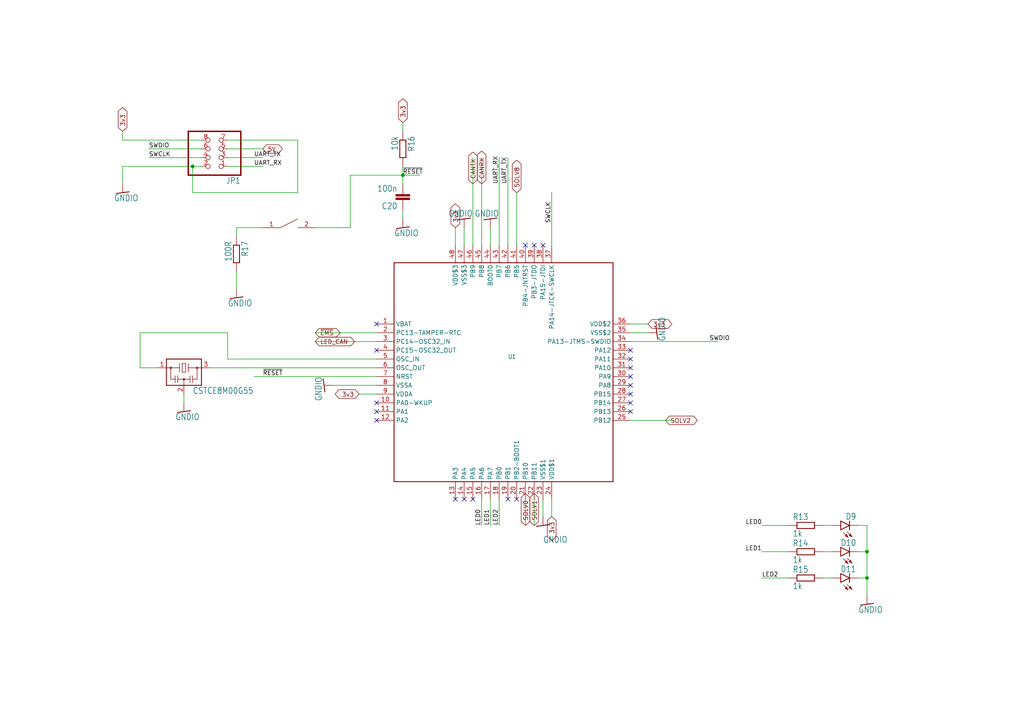
<source format=kicad_sch>
(kicad_sch (version 20231120) (generator "eeschema") (generator_version "8.0")
  (paper "A4")
  (lib_symbols
    (symbol "solenoid valve2020-eagle-import:CSTCE8M00G55"
      (symbol "CSTCE8M00G55_1_0"
        (circle (center -3.81 0) (radius 0.254))
        (circle (center 0 -3.302) (radius 0.254))
        (polyline (pts (xy -5.08 -5.08) (xy -5.08 0)) (stroke (width 0.254)))
        (polyline (pts (xy -5.08 0) (xy -5.08 2.54)) (stroke (width 0.254)))
        (polyline (pts (xy -5.08 0) (xy -3.81 0)) (stroke (width 0.1524)))
        (polyline (pts (xy -5.08 2.54) (xy 5.08 2.54)) (stroke (width 0.254)))
        (polyline (pts (xy -3.81 -3.302) (xy -3.81 0)) (stroke (width 0.1524)))
        (polyline (pts (xy -3.81 0) (xy -1.27 0)) (stroke (width 0.1524)))
        (polyline (pts (xy -2.54 -3.302) (xy -3.81 -3.302)) (stroke (width 0.1524)))
        (polyline (pts (xy -2.54 -3.302) (xy -2.54 -4.318)) (stroke (width 0.1524)))
        (polyline (pts (xy -2.54 -2.286) (xy -2.54 -3.302)) (stroke (width 0.1524)))
        (polyline (pts (xy -1.778 -2.286) (xy -1.778 -4.318)) (stroke (width 0.1524)))
        (polyline (pts (xy -1.27 0) (xy -1.27 -1.27)) (stroke (width 0.1524)))
        (polyline (pts (xy -1.27 0) (xy -1.27 1.27)) (stroke (width 0.1524)))
        (polyline (pts (xy -0.508 -1.27) (xy 0.508 -1.27)) (stroke (width 0.1524)))
        (polyline (pts (xy -0.508 1.27) (xy -0.508 -1.27)) (stroke (width 0.1524)))
        (polyline (pts (xy 0 -5.08) (xy -5.08 -5.08)) (stroke (width 0.254)))
        (polyline (pts (xy 0 -5.08) (xy 0 -3.302)) (stroke (width 0.1524)))
        (polyline (pts (xy 0 -3.302) (xy -1.778 -3.302)) (stroke (width 0.1524)))
        (polyline (pts (xy 0 -3.302) (xy 1.778 -3.302)) (stroke (width 0.1524)))
        (polyline (pts (xy 0.508 -1.27) (xy 0.508 1.27)) (stroke (width 0.1524)))
        (polyline (pts (xy 0.508 1.27) (xy -0.508 1.27)) (stroke (width 0.1524)))
        (polyline (pts (xy 1.27 0) (xy 1.27 -1.27)) (stroke (width 0.1524)))
        (polyline (pts (xy 1.27 0) (xy 3.81 0)) (stroke (width 0.1524)))
        (polyline (pts (xy 1.27 1.27) (xy 1.27 0)) (stroke (width 0.1524)))
        (polyline (pts (xy 1.778 -2.286) (xy 1.778 -4.318)) (stroke (width 0.1524)))
        (polyline (pts (xy 2.54 -3.302) (xy 2.54 -4.318)) (stroke (width 0.1524)))
        (polyline (pts (xy 2.54 -3.302) (xy 3.81 -3.302)) (stroke (width 0.1524)))
        (polyline (pts (xy 2.54 -2.286) (xy 2.54 -3.302)) (stroke (width 0.1524)))
        (polyline (pts (xy 3.81 -3.302) (xy 3.81 0)) (stroke (width 0.1524)))
        (polyline (pts (xy 3.81 0) (xy 5.08 0)) (stroke (width 0.1524)))
        (polyline (pts (xy 5.08 -5.08) (xy 0 -5.08)) (stroke (width 0.254)))
        (polyline (pts (xy 5.08 0) (xy 5.08 -5.08)) (stroke (width 0.254)))
        (polyline (pts (xy 5.08 2.54) (xy 5.08 0)) (stroke (width 0.254)))
        (circle (center 3.81 0) (radius 0.254))
        (pin passive line (at -7.62 0 0) (length 2.54) (name "1") (number "1"))
        (pin passive line (at 0 -7.62 90) (length 2.54) (name "2") (number "2"))
        (pin passive line (at 7.62 0 180) (length 2.54) (name "3") (number "3"))
      )
    )
    (symbol "solenoid valve2020-eagle-import:GNDIO" (power)
      (property "Value" "GNDIO" (at -2.54 -2.54 0))
      (symbol "GNDIO_1_0"
        (polyline (pts (xy -1.905 -0.254) (xy 1.905 0.254)) (stroke (width 0.254)))
        (pin power_in line (at 0 2.54 270) (length 2.54) (name "GNDIO") (number "1"))
      )
    )
    (symbol "solenoid valve2020-eagle-import:LEDCHIPLED_0805"
      (property "Reference" "LED" (at 3.556 -4.572 90))
      (symbol "LEDCHIPLED_0805_1_0"
        (polyline (pts (xy -2.032 -0.762) (xy -3.429 -2.159)) (stroke (width 0.1524)))
        (polyline (pts (xy -1.905 -1.905) (xy -3.302 -3.302)) (stroke (width 0.1524)))
        (polyline (pts (xy 0 -2.54) (xy -1.27 -2.54)) (stroke (width 0.254)))
        (polyline (pts (xy 0 -2.54) (xy -1.27 0)) (stroke (width 0.254)))
        (polyline (pts (xy 0 0) (xy -1.27 0)) (stroke (width 0.254)))
        (polyline (pts (xy 1.27 -2.54) (xy 0 -2.54)) (stroke (width 0.254)))
        (polyline (pts (xy 1.27 0) (xy 0 -2.54)) (stroke (width 0.254)))
        (polyline (pts (xy 1.27 0) (xy 0 0)) (stroke (width 0.254)))
        (polyline (pts (xy -3.429 -2.159) (xy -3.048 -1.27) (xy -2.54 -1.778)) (stroke (width 0.1524)) (fill (type outline)))
        (polyline (pts (xy -3.302 -3.302) (xy -2.921 -2.413) (xy -2.413 -2.921)) (stroke (width 0.1524)) (fill (type outline)))
        (pin passive line (at 0 2.54 270) (length 2.54) (name "A") (number "A"))
        (pin passive line (at 0 -5.08 90) (length 2.54) (name "C") (number "C"))
      )
    )
    (symbol "solenoid valve2020-eagle-import:PINHD-2X4"
      (property "Reference" "JP" (at -6.35 8.255 0))
      (symbol "PINHD-2X4_1_0"
        (polyline (pts (xy -6.35 -5.08) (xy 8.89 -5.08)) (stroke (width 0.4064)))
        (polyline (pts (xy -6.35 7.62) (xy -6.35 -5.08)) (stroke (width 0.4064)))
        (polyline (pts (xy 8.89 -5.08) (xy 8.89 7.62)) (stroke (width 0.4064)))
        (polyline (pts (xy 8.89 7.62) (xy -6.35 7.62)) (stroke (width 0.4064)))
        (pin passive inverted (at -2.54 5.08 0) (length 2.54) (name "1") (number "1"))
        (pin passive inverted (at 5.08 5.08 180) (length 2.54) (name "2") (number "2"))
        (pin passive inverted (at -2.54 2.54 0) (length 2.54) (name "3") (number "3"))
        (pin passive inverted (at 5.08 2.54 180) (length 2.54) (name "4") (number "4"))
        (pin passive inverted (at -2.54 0 0) (length 2.54) (name "5") (number "5"))
        (pin passive inverted (at 5.08 0 180) (length 2.54) (name "6") (number "6"))
        (pin passive inverted (at -2.54 -2.54 0) (length 2.54) (name "7") (number "7"))
        (pin passive inverted (at 5.08 -2.54 180) (length 2.54) (name "8") (number "8"))
      )
    )
    (symbol "solenoid valve2020-eagle-import:STM32F103C8"
      (property "Reference" "IC" (at 2.54 2.54 0))
      (symbol "STM32F103C8_1_0"
        (polyline (pts (xy -30.48 -33.02) (xy 33.02 -33.02)) (stroke (width 0.254)))
        (polyline (pts (xy -30.48 30.48) (xy -30.48 -33.02)) (stroke (width 0.254)))
        (polyline (pts (xy 33.02 -33.02) (xy 33.02 30.48)) (stroke (width 0.254)))
        (polyline (pts (xy 33.02 30.48) (xy -30.48 30.48)) (stroke (width 0.254)))
        (pin passive line (at -35.56 12.7 0) (length 5.08) (name "VBAT") (number "1"))
        (pin bidirectional line (at -35.56 -10.16 0) (length 5.08) (name "PA0-WKUP") (number "10"))
        (pin bidirectional line (at -35.56 -12.7 0) (length 5.08) (name "PA1") (number "11"))
        (pin bidirectional line (at -35.56 -15.24 0) (length 5.08) (name "PA2") (number "12"))
        (pin bidirectional line (at -12.7 -38.1 90) (length 5.08) (name "PA3") (number "13"))
        (pin bidirectional line (at -10.16 -38.1 90) (length 5.08) (name "PA4") (number "14"))
        (pin bidirectional line (at -7.62 -38.1 90) (length 5.08) (name "PA5") (number "15"))
        (pin bidirectional line (at -5.08 -38.1 90) (length 5.08) (name "PA6") (number "16"))
        (pin bidirectional line (at -2.54 -38.1 90) (length 5.08) (name "PA7") (number "17"))
        (pin bidirectional line (at 0 -38.1 90) (length 5.08) (name "PB0") (number "18"))
        (pin bidirectional line (at 2.54 -38.1 90) (length 5.08) (name "PB1") (number "19"))
        (pin bidirectional line (at -35.56 10.16 0) (length 5.08) (name "PC13-TAMPER-RTC") (number "2"))
        (pin bidirectional line (at 5.08 -38.1 90) (length 5.08) (name "PB2-BOOT1") (number "20"))
        (pin bidirectional line (at 7.62 -38.1 90) (length 5.08) (name "PB10") (number "21"))
        (pin bidirectional line (at 10.16 -38.1 90) (length 5.08) (name "PB11") (number "22"))
        (pin passive line (at 12.7 -38.1 90) (length 5.08) (name "VSS$1") (number "23"))
        (pin passive line (at 15.24 -38.1 90) (length 5.08) (name "VDD$1") (number "24"))
        (pin bidirectional line (at 38.1 -15.24 180) (length 5.08) (name "PB12") (number "25"))
        (pin bidirectional line (at 38.1 -12.7 180) (length 5.08) (name "PB13") (number "26"))
        (pin bidirectional line (at 38.1 -10.16 180) (length 5.08) (name "PB14") (number "27"))
        (pin bidirectional line (at 38.1 -7.62 180) (length 5.08) (name "PB15") (number "28"))
        (pin bidirectional line (at 38.1 -5.08 180) (length 5.08) (name "PA8") (number "29"))
        (pin bidirectional line (at -35.56 7.62 0) (length 5.08) (name "PC14-OSC32_IN") (number "3"))
        (pin bidirectional line (at 38.1 -2.54 180) (length 5.08) (name "PA9") (number "30"))
        (pin bidirectional line (at 38.1 0 180) (length 5.08) (name "PA10") (number "31"))
        (pin bidirectional line (at 38.1 2.54 180) (length 5.08) (name "PA11") (number "32"))
        (pin bidirectional line (at 38.1 5.08 180) (length 5.08) (name "PA12") (number "33"))
        (pin bidirectional line (at 38.1 7.62 180) (length 5.08) (name "PA13-JTMS-SWDIO") (number "34"))
        (pin passive line (at 38.1 10.16 180) (length 5.08) (name "VSS$2") (number "35"))
        (pin passive line (at 38.1 12.7 180) (length 5.08) (name "VDD$2") (number "36"))
        (pin bidirectional line (at 15.24 35.56 270) (length 5.08) (name "PA14-JTCK-SWCLK") (number "37"))
        (pin bidirectional line (at 12.7 35.56 270) (length 5.08) (name "PA15-JTDI") (number "38"))
        (pin bidirectional line (at 10.16 35.56 270) (length 5.08) (name "PB3-JTDO") (number "39"))
        (pin bidirectional line (at -35.56 5.08 0) (length 5.08) (name "PC15-OSC32_OUT") (number "4"))
        (pin bidirectional line (at 7.62 35.56 270) (length 5.08) (name "PB4-JNTRST") (number "40"))
        (pin bidirectional line (at 5.08 35.56 270) (length 5.08) (name "PB5") (number "41"))
        (pin bidirectional line (at 2.54 35.56 270) (length 5.08) (name "PB6") (number "42"))
        (pin bidirectional line (at 0 35.56 270) (length 5.08) (name "PB7") (number "43"))
        (pin input line (at -2.54 35.56 270) (length 5.08) (name "BOOT0") (number "44"))
        (pin bidirectional line (at -5.08 35.56 270) (length 5.08) (name "PB8") (number "45"))
        (pin bidirectional line (at -7.62 35.56 270) (length 5.08) (name "PB9") (number "46"))
        (pin passive line (at -10.16 35.56 270) (length 5.08) (name "VSS$3") (number "47"))
        (pin passive line (at -12.7 35.56 270) (length 5.08) (name "VDD$3") (number "48"))
        (pin input line (at -35.56 2.54 0) (length 5.08) (name "OSC_IN") (number "5"))
        (pin output line (at -35.56 0 0) (length 5.08) (name "OSC_OUT") (number "6"))
        (pin bidirectional line (at -35.56 -2.54 0) (length 5.08) (name "NRST") (number "7"))
        (pin bidirectional line (at -35.56 -5.08 0) (length 5.08) (name "VSSA") (number "8"))
        (pin bidirectional line (at -35.56 -7.62 0) (length 5.08) (name "VDDA") (number "9"))
      )
    )
    (symbol "solenoid valve2020-eagle-import:SWITCH_TACTILETOP"
      (symbol "SWITCH_TACTILETOP_1_0"
        (polyline (pts (xy -2.54 0) (xy 2.54 2.54)) (stroke (width 0.1524)))
        (pin bidirectional line (at -7.62 0 0) (length 5.08) (name "1") (number "1"))
        (pin bidirectional line (at 7.62 0 180) (length 5.08) (name "2") (number "2"))
      )
    )
    (symbol "solenoid valve2020-eagle-import:rcl_C-EUC0603"
      (property "Reference" "C" (at 1.524 0.381 0))
      (symbol "rcl_C-EUC0603_1_0"
        (rectangle (start -2.032 -2.032) (end 2.032 -1.524) (fill (type outline)))
        (rectangle (start -2.032 -1.016) (end 2.032 -0.508) (fill (type outline)))
        (polyline (pts (xy 0 -2.54) (xy 0 -2.032)) (stroke (width 0.1524)))
        (polyline (pts (xy 0 0) (xy 0 -0.508)) (stroke (width 0.1524)))
        (pin passive line (at 0 2.54 270) (length 2.54) (name "1") (number "1"))
        (pin passive line (at 0 -5.08 90) (length 2.54) (name "2") (number "2"))
      )
    )
    (symbol "solenoid valve2020-eagle-import:rcl_R-EU_R0603"
      (property "Reference" "R" (at -3.81 1.4986 0))
      (symbol "rcl_R-EU_R0603_1_0"
        (polyline (pts (xy -2.54 -0.889) (xy -2.54 0.889)) (stroke (width 0.254)))
        (polyline (pts (xy -2.54 -0.889) (xy 2.54 -0.889)) (stroke (width 0.254)))
        (polyline (pts (xy 2.54 -0.889) (xy 2.54 0.889)) (stroke (width 0.254)))
        (polyline (pts (xy 2.54 0.889) (xy -2.54 0.889)) (stroke (width 0.254)))
        (pin passive line (at -5.08 0 0) (length 2.54) (name "1") (number "1"))
        (pin passive line (at 5.08 0 180) (length 2.54) (name "2") (number "2"))
      )
    )
  )
  (junction (at 251.46 160.02))
  (junction (at 251.46 167.64))
  (junction (at 55.88 48.26))
  (junction (at 116.84 50.8))
  (no_connect (at 109.22 101.6))
  (no_connect (at 134.62 144.78))
  (no_connect (at 154.94 71.12))
  (no_connect (at 182.88 109.22))
  (no_connect (at 109.22 93.98))
  (no_connect (at 182.88 101.6))
  (no_connect (at 182.88 111.76))
  (no_connect (at 109.22 116.84))
  (no_connect (at 109.22 119.38))
  (no_connect (at 182.88 116.84))
  (no_connect (at 182.88 114.3))
  (no_connect (at 147.32 144.78))
  (no_connect (at 182.88 119.38))
  (no_connect (at 149.86 144.78))
  (no_connect (at 137.16 144.78))
  (no_connect (at 109.22 121.92))
  (no_connect (at 157.48 71.12))
  (no_connect (at 152.4 71.12))
  (no_connect (at 182.88 106.68))
  (no_connect (at 132.08 144.78))
  (no_connect (at 182.88 104.14))
  (wire (pts (xy 116.84 63.5) (xy 116.84 60.96)) (stroke (width 0.1524)))
  (wire (pts (xy 109.22 109.22) (xy 73.66 109.22)) (stroke (width 0.1524)))
  (wire (pts (xy 66.04 104.14) (xy 109.22 104.14)) (stroke (width 0.1524)))
  (wire (pts (xy 154.94 144.78) (xy 154.94 152.4)) (stroke (width 0.1524)))
  (wire (pts (xy 241.3 167.64) (xy 238.76 167.64)) (stroke (width 0.1524)))
  (wire (pts (xy 66.04 96.52) (xy 40.64 96.52)) (stroke (width 0.1524)))
  (wire (pts (xy 121.92 50.8) (xy 116.84 50.8)) (stroke (width 0.1524)))
  (wire (pts (xy 144.78 71.12) (xy 144.78 45.72)) (stroke (width 0.1524)))
  (wire (pts (xy 251.46 167.64) (xy 251.46 160.02)) (stroke (width 0.1524)))
  (wire (pts (xy 137.16 71.12) (xy 137.16 45.72)) (stroke (width 0.1524)))
  (wire (pts (xy 152.4 144.78) (xy 152.4 152.4)) (stroke (width 0.1524)))
  (wire (pts (xy 134.62 66.04) (xy 134.62 71.12)) (stroke (width 0.1524)))
  (wire (pts (xy 86.36 40.64) (xy 66.04 40.64)) (stroke (width 0.1524)))
  (wire (pts (xy 116.84 53.34) (xy 116.84 50.8)) (stroke (width 0.1524)))
  (wire (pts (xy 58.42 45.72) (xy 43.18 45.72)) (stroke (width 0.1524)))
  (wire (pts (xy 35.56 40.64) (xy 58.42 40.64)) (stroke (width 0.1524)))
  (wire (pts (xy 35.56 48.26) (xy 35.56 53.34)) (stroke (width 0.1524)))
  (wire (pts (xy 40.64 106.68) (xy 45.72 106.68)) (stroke (width 0.1524)))
  (wire (pts (xy 228.6 167.64) (xy 220.98 167.64)) (stroke (width 0.1524)))
  (wire (pts (xy 139.7 144.78) (xy 139.7 152.4)) (stroke (width 0.1524)))
  (wire (pts (xy 68.58 68.58) (xy 68.58 66.04)) (stroke (width 0.1524)))
  (wire (pts (xy 68.58 66.04) (xy 76.2 66.04)) (stroke (width 0.1524)))
  (wire (pts (xy 116.84 50.8) (xy 101.6 50.8)) (stroke (width 0.1524)))
  (wire (pts (xy 187.96 96.52) (xy 182.88 96.52)) (stroke (width 0.1524)))
  (wire (pts (xy 187.96 93.98) (xy 182.88 93.98)) (stroke (width 0.1524)))
  (wire (pts (xy 116.84 35.56) (xy 116.84 38.1)) (stroke (width 0.1524)))
  (wire (pts (xy 160.02 71.12) (xy 160.02 55.88)) (stroke (width 0.1524)))
  (wire (pts (xy 142.24 144.78) (xy 142.24 152.4)) (stroke (width 0.1524)))
  (wire (pts (xy 220.98 160.02) (xy 228.6 160.02)) (stroke (width 0.1524)))
  (wire (pts (xy 55.88 55.88) (xy 55.88 48.26)) (stroke (width 0.1524)))
  (wire (pts (xy 66.04 48.26) (xy 76.2 48.26)) (stroke (width 0.1524)))
  (wire (pts (xy 248.92 167.64) (xy 251.46 167.64)) (stroke (width 0.1524)))
  (wire (pts (xy 248.92 152.4) (xy 251.46 152.4)) (stroke (width 0.1524)))
  (wire (pts (xy 139.7 71.12) (xy 139.7 45.72)) (stroke (width 0.1524)))
  (wire (pts (xy 60.96 106.68) (xy 109.22 106.68)) (stroke (width 0.1524)))
  (wire (pts (xy 40.64 96.52) (xy 40.64 106.68)) (stroke (width 0.1524)))
  (wire (pts (xy 96.52 111.76) (xy 109.22 111.76)) (stroke (width 0.1524)))
  (wire (pts (xy 182.88 99.06) (xy 208.28 99.06)) (stroke (width 0.1524)))
  (wire (pts (xy 68.58 78.74) (xy 68.58 83.82)) (stroke (width 0.1524)))
  (wire (pts (xy 116.84 50.8) (xy 116.84 48.26)) (stroke (width 0.1524)))
  (wire (pts (xy 109.22 99.06) (xy 91.44 99.06)) (stroke (width 0.1524)))
  (wire (pts (xy 147.32 71.12) (xy 147.32 45.72)) (stroke (width 0.1524)))
  (wire (pts (xy 149.86 71.12) (xy 149.86 55.88)) (stroke (width 0.1524)))
  (wire (pts (xy 66.04 45.72) (xy 76.2 45.72)) (stroke (width 0.1524)))
  (wire (pts (xy 248.92 160.02) (xy 251.46 160.02)) (stroke (width 0.1524)))
  (wire (pts (xy 66.04 43.18) (xy 76.2 43.18)) (stroke (width 0.1524)))
  (wire (pts (xy 238.76 152.4) (xy 241.3 152.4)) (stroke (width 0.1524)))
  (wire (pts (xy 238.76 160.02) (xy 241.3 160.02)) (stroke (width 0.1524)))
  (wire (pts (xy 132.08 66.04) (xy 132.08 71.12)) (stroke (width 0.1524)))
  (wire (pts (xy 157.48 149.86) (xy 157.48 144.78)) (stroke (width 0.1524)))
  (wire (pts (xy 53.34 114.3) (xy 53.34 116.84)) (stroke (width 0.1524)))
  (wire (pts (xy 55.88 55.88) (xy 86.36 55.88)) (stroke (width 0.1524)))
  (wire (pts (xy 109.22 96.52) (xy 91.44 96.52)) (stroke (width 0.1524)))
  (wire (pts (xy 86.36 55.88) (xy 86.36 40.64)) (stroke (width 0.1524)))
  (wire (pts (xy 251.46 160.02) (xy 251.46 152.4)) (stroke (width 0.1524)))
  (wire (pts (xy 101.6 66.04) (xy 101.6 50.8)) (stroke (width 0.1524)))
  (wire (pts (xy 35.56 40.64) (xy 35.56 38.1)) (stroke (width 0.1524)))
  (wire (pts (xy 142.24 66.04) (xy 142.24 71.12)) (stroke (width 0.1524)))
  (wire (pts (xy 58.42 43.18) (xy 43.18 43.18)) (stroke (width 0.1524)))
  (wire (pts (xy 104.14 114.3) (xy 109.22 114.3)) (stroke (width 0.1524)))
  (wire (pts (xy 144.78 144.78) (xy 144.78 152.4)) (stroke (width 0.1524)))
  (wire (pts (xy 66.04 104.14) (xy 66.04 96.52)) (stroke (width 0.1524)))
  (wire (pts (xy 55.88 48.26) (xy 58.42 48.26)) (stroke (width 0.1524)))
  (wire (pts (xy 220.98 152.4) (xy 228.6 152.4)) (stroke (width 0.1524)))
  (wire (pts (xy 182.88 121.92) (xy 195.58 121.92)) (stroke (width 0.1524)))
  (wire (pts (xy 91.44 66.04) (xy 101.6 66.04)) (stroke (width 0.1524)))
  (wire (pts (xy 160.02 149.86) (xy 160.02 144.78)) (stroke (width 0.1524)))
  (wire (pts (xy 35.56 48.26) (xy 55.88 48.26)) (stroke (width 0.1524)))
  (wire (pts (xy 251.46 172.72) (xy 251.46 167.64)) (stroke (width 0.1524)))
  (label "LED1" (at 142.24 152.4 90) (effects (font (size 1.2446 1.2446))))
  (label "SWCLK" (at 43.18 45.72 0) (effects (font (size 1.2446 1.2446))))
  (label "UART_TX" (at 73.66 45.72 0) (effects (font (size 1.2446 1.2446))))
  (label "SWDIO" (at 205.74 99.06 0) (effects (font (size 1.2446 1.2446))))
  (label "~{RESET}" (at 76.2 109.22 0) (effects (font (size 1.2446 1.2446))))
  (label "LED1" (at 220.98 160.02 180) (effects (font (size 1.2446 1.2446))))
  (label "SWDIO" (at 43.18 43.18 0) (effects (font (size 1.2446 1.2446))))
  (label "UART_RX" (at 73.66 48.26 0) (effects (font (size 1.2446 1.2446))))
  (label "LED2" (at 220.98 167.64 0) (effects (font (size 1.2446 1.2446))))
  (label "UART_TX" (at 147.32 53.34 90) (effects (font (size 1.2446 1.2446))))
  (label "LED0" (at 220.98 152.4 180) (effects (font (size 1.2446 1.2446))))
  (label "UART_RX" (at 144.78 53.34 90) (effects (font (size 1.2446 1.2446))))
  (label "SWCLK" (at 160.02 58.42 270) (effects (font (size 1.2446 1.2446))))
  (label "LED0" (at 139.7 152.4 90) (effects (font (size 1.2446 1.2446))))
  (label "LED2" (at 144.78 152.4 90) (effects (font (size 1.2446 1.2446))))
  (label "~{RESET}" (at 116.84 50.8 0) (effects (font (size 1.2446 1.2446))))
  (global_label "SOLV2" (shape bidirectional) (at 193.04 121.92 0) (effects (font (size 1.2446 1.2446))) (property "Intersheetrefs" "${INTERSHEET_REFS}" (effects (hide yes))))
  (global_label "3v3" (shape bidirectional) (at 35.56 38.1 90) (property "Intersheetrefs" "${INTERSHEET_REFS}" (effects (hide yes))))
  (global_label "SOLV1" (shape bidirectional) (at 154.94 152.4 90) (effects (font (size 1.2446 1.2446))) (property "Intersheetrefs" "${INTERSHEET_REFS}" (effects (hide yes))))
  (global_label "CANTX" (shape bidirectional) (at 137.16 53.34 90) (effects (font (size 1.2446 1.2446))) (property "Intersheetrefs" "${INTERSHEET_REFS}" (effects (hide yes))))
  (global_label "5V" (shape bidirectional) (at 76.2 43.18 0) (effects (font (size 1.2446 1.2446))) (property "Intersheetrefs" "${INTERSHEET_REFS}" (effects (hide yes))))
  (global_label "SOLV0" (shape bidirectional) (at 152.4 152.4 90) (effects (font (size 1.2446 1.2446))) (property "Intersheetrefs" "${INTERSHEET_REFS}" (effects (hide yes))))
  (global_label "~{EMS}" (shape bidirectional) (at 91.44 96.52 0) (effects (font (size 1.2446 1.2446))) (property "Intersheetrefs" "${INTERSHEET_REFS}" (effects (hide yes))))
  (global_label "3v3" (shape bidirectional) (at 104.14 114.3 180) (property "Intersheetrefs" "${INTERSHEET_REFS}" (effects (hide yes))))
  (global_label "SOLV8" (shape bidirectional) (at 149.86 55.88 90) (property "Intersheetrefs" "${INTERSHEET_REFS}" (effects (hide yes))))
  (global_label "LED_CAN" (shape bidirectional) (at 91.44 99.06 0) (effects (font (size 1.2446 1.2446))) (property "Intersheetrefs" "${INTERSHEET_REFS}" (effects (hide yes))))
  (global_label "CANRX" (shape bidirectional) (at 139.7 53.34 90) (effects (font (size 1.2446 1.2446))) (property "Intersheetrefs" "${INTERSHEET_REFS}" (effects (hide yes))))
  (global_label "3v3" (shape bidirectional) (at 132.08 66.04 90) (property "Intersheetrefs" "${INTERSHEET_REFS}" (effects (hide yes))))
  (global_label "3v3" (shape bidirectional) (at 160.02 149.86 270) (property "Intersheetrefs" "${INTERSHEET_REFS}" (effects (hide yes))))
  (global_label "3v3" (shape bidirectional) (at 116.84 35.56 90) (property "Intersheetrefs" "${INTERSHEET_REFS}" (effects (hide yes))))
  (global_label "3v3" (shape bidirectional) (at 187.96 93.98 0) (property "Intersheetrefs" "${INTERSHEET_REFS}" (effects (hide yes))))
  (symbol (lib_id "solenoid valve2020-eagle-import:GNDIO") (at 190.5 96.52 90) (unit 1)
    (property "Reference" "#GND028" (effects (hide yes)))
    (property "Value" "GNDIO" (at 193.04 99.06 0) (effects (font (size 1.778 1.5113)) (justify left bottom)))
  )
  (symbol (lib_id "solenoid valve2020-eagle-import:GNDIO") (at 68.58 86.36 0) (unit 1)
    (property "Reference" "#GND026" (effects (hide yes)))
    (property "Value" "GNDIO" (at 66.04 88.9 0) (effects (font (size 1.778 1.5113)) (justify left bottom)))
  )
  (symbol (lib_id "solenoid valve2020-eagle-import:rcl_R-EU_R0603") (at 233.68 152.4 0) (unit 1)
    (property "Reference" "R13" (at 229.87 150.9014 0) (effects (font (size 1.778 1.5113)) (justify left bottom)))
    (property "Value" "1k" (at 229.87 155.702 0) (effects (font (size 1.778 1.5113)) (justify left bottom)))
    (property "Footprint" "Resistor_SMD:R_0603_1608Metric_Pad0.98x0.95mm_HandSolder" (effects (hide yes)))
  )
  (symbol (lib_id "solenoid valve2020-eagle-import:STM32F103C8") (at 144.78 106.68 0) (unit 1)
    (property "Reference" "U1" (at 147.32 104.14 0) (effects (font (size 1.27 1.0795)) (justify left bottom)))
    (property "Value" "STM32F103C8" (effects (hide yes)))
    (property "Footprint" "my_Library:stm32f103c8t6" (effects (hide yes)))
  )
  (symbol (lib_id "solenoid valve2020-eagle-import:GNDIO") (at 116.84 66.04 0) (unit 1)
    (property "Reference" "#GND049" (effects (hide yes)))
    (property "Value" "GNDIO" (at 114.3 68.58 0) (effects (font (size 1.778 1.5113)) (justify left bottom)))
  )
  (symbol (lib_id "solenoid valve2020-eagle-import:SWITCH_TACTILETOP") (at 83.82 66.04 0) (unit 1)
    (property "Reference" "SW1" (effects (hide yes)))
    (property "Value" "SWITCH_TACTILETOP" (effects (hide yes)))
    (property "Footprint" "my_Library:430451025836" (effects (hide yes)))
  )
  (symbol (lib_id "solenoid valve2020-eagle-import:GNDIO") (at 93.98 111.76 270) (unit 1)
    (property "Reference" "#GND032" (effects (hide yes)))
    (property "Value" "GNDIO" (at 91.44 109.22 0) (effects (font (size 1.778 1.5113)) (justify left bottom)))
  )
  (symbol (lib_id "solenoid valve2020-eagle-import:rcl_R-EU_R0603") (at 68.58 73.66 270) (unit 1)
    (property "Reference" "R17" (at 70.0786 69.85 0) (effects (font (size 1.778 1.5113)) (justify left bottom)))
    (property "Value" "100R" (at 65.278 69.85 0) (effects (font (size 1.778 1.5113)) (justify left bottom)))
    (property "Footprint" "Resistor_SMD:R_0603_1608Metric_Pad0.98x0.95mm_HandSolder" (effects (hide yes)))
  )
  (symbol (lib_id "solenoid valve2020-eagle-import:GNDIO") (at 142.24 63.5 180) (unit 1)
    (property "Reference" "#GND029" (effects (hide yes)))
    (property "Value" "GNDIO" (at 144.78 60.96 0) (effects (font (size 1.778 1.5113)) (justify left bottom)))
  )
  (symbol (lib_id "solenoid valve2020-eagle-import:LEDCHIPLED_0805") (at 243.84 152.4 90) (unit 1)
    (property "Reference" "D9" (at 248.412 148.844 90) (effects (font (size 1.778 1.5113)) (justify left bottom)))
    (property "Value" "LEDCHIPLED_0805" (effects (hide yes)))
    (property "Footprint" "LED_SMD:LED_0805_2012Metric_Pad1.15x1.40mm_HandSolder" (effects (hide yes)))
  )
  (symbol (lib_id "solenoid valve2020-eagle-import:GNDIO") (at 35.56 55.88 0) (unit 1)
    (property "Reference" "#GND040" (effects (hide yes)))
    (property "Value" "GNDIO" (at 33.02 58.42 0) (effects (font (size 1.778 1.5113)) (justify left bottom)))
  )
  (symbol (lib_id "solenoid valve2020-eagle-import:GNDIO") (at 53.34 119.38 0) (unit 1)
    (property "Reference" "#GND031" (effects (hide yes)))
    (property "Value" "GNDIO" (at 50.8 121.92 0) (effects (font (size 1.778 1.5113)) (justify left bottom)))
  )
  (symbol (lib_id "solenoid valve2020-eagle-import:GNDIO") (at 134.62 63.5 180) (unit 1)
    (property "Reference" "#GND030" (effects (hide yes)))
    (property "Value" "GNDIO" (at 137.16 60.96 0) (effects (font (size 1.778 1.5113)) (justify left bottom)))
  )
  (symbol (lib_id "solenoid valve2020-eagle-import:rcl_R-EU_R0603") (at 233.68 167.64 0) (unit 1)
    (property "Reference" "R15" (at 229.87 166.1414 0) (effects (font (size 1.778 1.5113)) (justify left bottom)))
    (property "Value" "1k" (at 229.87 170.942 0) (effects (font (size 1.778 1.5113)) (justify left bottom)))
    (property "Footprint" "Resistor_SMD:R_0603_1608Metric_Pad0.98x0.95mm_HandSolder" (effects (hide yes)))
  )
  (symbol (lib_id "solenoid valve2020-eagle-import:LEDCHIPLED_0805") (at 243.84 167.64 90) (unit 1)
    (property "Reference" "D11" (at 248.412 164.084 90) (effects (font (size 1.778 1.5113)) (justify left bottom)))
    (property "Value" "LEDCHIPLED_0805" (effects (hide yes)))
    (property "Footprint" "LED_SMD:LED_0805_2012Metric_Pad1.15x1.40mm_HandSolder" (effects (hide yes)))
  )
  (symbol (lib_id "solenoid valve2020-eagle-import:GNDIO") (at 251.46 175.26 0) (unit 1)
    (property "Reference" "#GND033" (effects (hide yes)))
    (property "Value" "GNDIO" (at 248.92 177.8 0) (effects (font (size 1.778 1.5113)) (justify left bottom)))
  )
  (symbol (lib_id "solenoid valve2020-eagle-import:rcl_R-EU_R0603") (at 116.84 43.18 270) (unit 1)
    (property "Reference" "R16" (at 118.3386 39.37 0) (effects (font (size 1.778 1.5113)) (justify left bottom)))
    (property "Value" "10k" (at 113.538 39.37 0) (effects (font (size 1.778 1.5113)) (justify left bottom)))
    (property "Footprint" "Resistor_SMD:R_0603_1608Metric_Pad0.98x0.95mm_HandSolder" (effects (hide yes)))
  )
  (symbol (lib_id "solenoid valve2020-eagle-import:PINHD-2X4") (at 63.5 43.18 180) (unit 1)
    (property "Reference" "JP1" (at 69.85 51.435 0) (effects (font (size 1.778 1.5113)) (justify left bottom)))
    (property "Value" "PINHD-2X4" (effects (hide yes)))
    (property "Footprint" "Connector_PinHeader_2.54mm:PinHeader_2x04_P2.54mm_Vertical" (effects (hide yes)))
  )
  (symbol (lib_id "solenoid valve2020-eagle-import:rcl_C-EUC0603") (at 116.84 58.42 180) (unit 1)
    (property "Reference" "C20" (at 115.316 58.801 0) (effects (font (size 1.778 1.5113)) (justify left bottom)))
    (property "Value" "100n" (at 115.316 53.721 0) (effects (font (size 1.778 1.5113)) (justify left bottom)))
    (property "Footprint" "Capacitor_SMD:C_0603_1608Metric_Pad1.08x0.95mm_HandSolder" (effects (hide yes)))
  )
  (symbol (lib_id "solenoid valve2020-eagle-import:rcl_R-EU_R0603") (at 233.68 160.02 0) (unit 1)
    (property "Reference" "R14" (at 229.87 158.5214 0) (effects (font (size 1.778 1.5113)) (justify left bottom)))
    (property "Value" "1k" (at 229.87 163.322 0) (effects (font (size 1.778 1.5113)) (justify left bottom)))
    (property "Footprint" "Resistor_SMD:R_0603_1608Metric_Pad0.98x0.95mm_HandSolder" (effects (hide yes)))
  )
  (symbol (lib_id "solenoid valve2020-eagle-import:CSTCE8M00G55") (at 53.34 106.68 0) (unit 1)
    (property "Reference" "U$6" (effects (hide yes)))
    (property "Value" "CSTCE8M00G55" (at 55.88 114.3 0) (effects (font (size 1.778 1.5113)) (justify left bottom)))
    (property "Footprint" "my_Library:CSTCE8M00G55" (effects (hide yes)))
  )
  (symbol (lib_id "solenoid valve2020-eagle-import:GNDIO") (at 157.48 152.4 0) (unit 1)
    (property "Reference" "#GND025" (effects (hide yes)))
    (property "Value" "GNDIO" (at 157.48 157.48 0) (effects (font (size 1.778 1.5113)) (justify left bottom)))
  )
  (symbol (lib_id "solenoid valve2020-eagle-import:LEDCHIPLED_0805") (at 243.84 160.02 90) (unit 1)
    (property "Reference" "D10" (at 248.412 156.464 90) (effects (font (size 1.778 1.5113)) (justify left bottom)))
    (property "Value" "LEDCHIPLED_0805" (effects (hide yes)))
    (property "Footprint" "LED_SMD:LED_0805_2012Metric_Pad1.15x1.40mm_HandSolder" (effects (hide yes)))
  )
)
</source>
